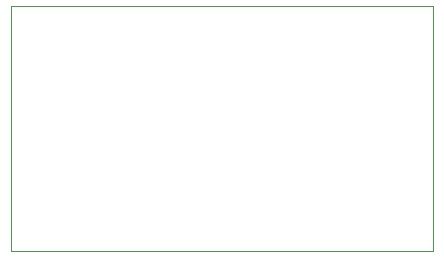
<source format=gm1>
G04 #@! TF.GenerationSoftware,KiCad,Pcbnew,7.0.10*
G04 #@! TF.CreationDate,2025-06-25T11:08:39-05:00*
G04 #@! TF.ProjectId,ppg-pcb-4-afe,7070672d-7063-4622-9d34-2d6166652e6b,0*
G04 #@! TF.SameCoordinates,Original*
G04 #@! TF.FileFunction,Profile,NP*
%FSLAX46Y46*%
G04 Gerber Fmt 4.6, Leading zero omitted, Abs format (unit mm)*
G04 Created by KiCad (PCBNEW 7.0.10) date 2025-06-25 11:08:39*
%MOMM*%
%LPD*%
G01*
G04 APERTURE LIST*
G04 #@! TA.AperFunction,Profile*
%ADD10C,0.100000*%
G04 #@! TD*
G04 APERTURE END LIST*
D10*
X98265000Y-81750000D02*
X134000000Y-81750000D01*
X134000000Y-102500000D01*
X98265000Y-102500000D01*
X98265000Y-81750000D01*
M02*

</source>
